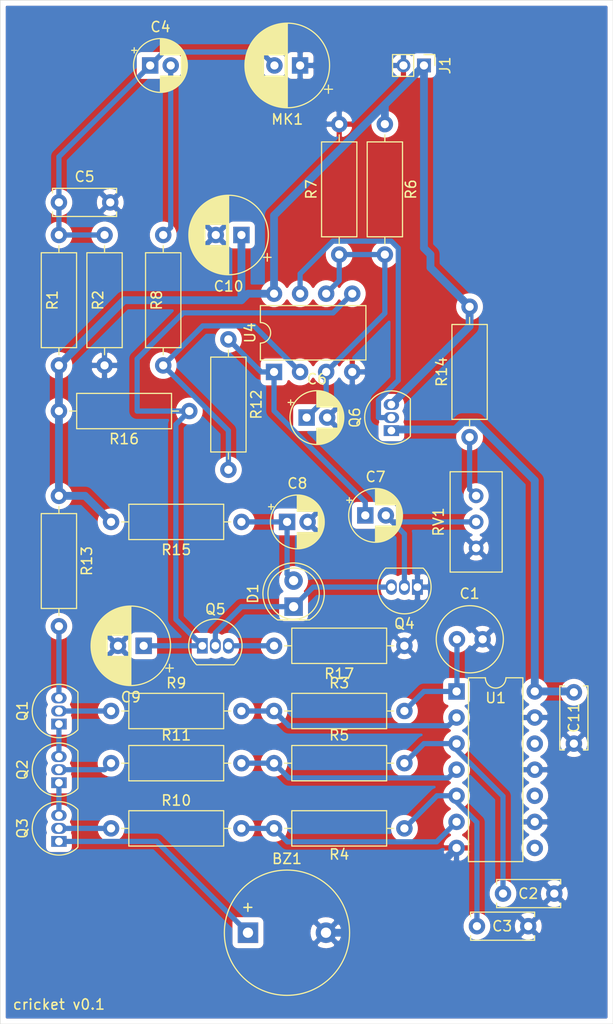
<source format=kicad_pcb>
(kicad_pcb (version 20171130) (host pcbnew 5.1.6+dfsg1-1)
  (layers (0 F.Cu signal hide) (31 B.Cu signal) (34 B.Paste user) (35 F.Paste user) (36 B.SilkS user) (37 F.SilkS user) (38 B.Mask user) (39 F.Mask user) (44 Edge.Cuts user))
  (net 0 "")
  (net 1 GND)
  (net 2 "Net-(BZ1-Pad1)")
  (net 3 SND)
  (net 4 "Net-(C4-Pad2)")
  (net 5 "Net-(C4-Pad1)")
  (net 6 "Net-(C6-Pad1)")
  (net 7 "Net-(C7-Pad2)")
  (net 8 "Net-(C7-Pad1)")
  (net 9 +9V)
  (net 10 "Net-(D1-Pad1)")
  (net 11 "Net-(Q1-Pad1)")
  (net 12 "Net-(Q1-Pad3)")
  (net 13 "Net-(Q1-Pad2)")
  (net 14 "Net-(Q2-Pad1)")
  (net 15 "Net-(Q2-Pad2)")
  (net 16 "Net-(Q3-Pad2)")
  (net 17 "Net-(Q5-Pad3)")
  (net 18 "Net-(Q6-Pad2)")
  (net 19 "Net-(R10-Pad2)")
  (net 20 "Net-(R12-Pad2)")
  (net 21 "Net-(R14-Pad1)")
  (net 22 "Net-(C1-Pad2)")
  (net 23 "Net-(C2-Pad2)")
  (net 24 "Net-(C3-Pad2)")
  (net 25 "Net-(C8-Pad1)")
  (net 26 "Net-(C9-Pad1)")
  (net 27 "Net-(R3-Pad1)")
  (net 28 "Net-(R11-Pad2)")
  (module Resistor_THT:R_Axial_DIN0309_L9.0mm_D3.2mm_P12.70mm_Horizontal (layer F.Cu) (at 74.295 137.795)
    (fp_text reference R11 (at 6.35 -2.72) (layer F.SilkS))
    (fp_text value 20k)
    (pad 2 thru_hole oval (at 12.7 0) (size 1.6 1.6) (drill 0.8) (layers *.Cu *.Mask) (net 28 "Net-(R11-Pad2)"))
    (pad 1 thru_hole circle (at 0 0) (size 1.6 1.6) (drill 0.8) (layers *.Cu *.Mask) (net 15 "Net-(Q2-Pad2)"))
  )
  (module Resistor_THT:R_Axial_DIN0309_L9.0mm_D3.2mm_P12.70mm_Horizontal (layer F.Cu) (at 74.295 132.715)
    (fp_text reference R9 (at 6.35 -2.72) (layer F.SilkS))
    (fp_text value 20k)
    (pad 2 thru_hole oval (at 12.7 0) (size 1.6 1.6) (drill 0.8) (layers *.Cu *.Mask) (net 27 "Net-(R3-Pad1)"))
    (pad 1 thru_hole circle (at 0 0) (size 1.6 1.6) (drill 0.8) (layers *.Cu *.Mask) (net 13 "Net-(Q1-Pad2)"))
  )
  (module Resistor_THT:R_Axial_DIN0309_L9.0mm_D3.2mm_P12.70mm_Horizontal (layer F.Cu) (at 90.17 137.795)
    (fp_text reference R5 (at 6.35 -2.72) (layer F.SilkS))
    (fp_text value 48k)
    (pad 2 thru_hole oval (at 12.7 0) (size 1.6 1.6) (drill 0.8) (layers *.Cu *.Mask) (net 23 "Net-(C2-Pad2)"))
    (pad 1 thru_hole circle (at 0 0) (size 1.6 1.6) (drill 0.8) (layers *.Cu *.Mask) (net 28 "Net-(R11-Pad2)"))
  )
  (module Resistor_THT:R_Axial_DIN0309_L9.0mm_D3.2mm_P12.70mm_Horizontal (layer F.Cu) (at 90.17 132.715)
    (fp_text reference R3 (at 6.35 -2.72) (layer F.SilkS))
    (fp_text value 48k)
    (pad 2 thru_hole oval (at 12.7 0) (size 1.6 1.6) (drill 0.8) (layers *.Cu *.Mask) (net 22 "Net-(C1-Pad2)"))
    (pad 1 thru_hole circle (at 0 0) (size 1.6 1.6) (drill 0.8) (layers *.Cu *.Mask) (net 27 "Net-(R3-Pad1)"))
  )
  (module Capacitor_THT:CP_Radial_D5.0mm_P2.00mm (layer F.Cu) (at 93.345 104.14)
    (fp_text reference C6 (at 1 -3.75) (layer F.SilkS))
    (fp_text value 1uF)
    (pad 2 thru_hole circle (at 2 0) (size 1.6 1.6) (drill 0.8) (layers *.Cu *.Mask) (net 1 GND))
    (pad 1 thru_hole rect (at 0 0) (size 1.6 1.6) (drill 0.8) (layers *.Cu *.Mask) (net 6 "Net-(C6-Pad1)"))
  )
  (module Package_DIP:DIP-8_W7.62mm (layer F.Cu) (at 90.17 99.695 90)
    (fp_text reference U4 (at 3.81 -2.33 90) (layer F.SilkS))
    (fp_text value LM358)
    (pad 8 thru_hole oval (at 7.62 0 90) (size 1.6 1.6) (drill 0.8) (layers *.Cu *.Mask) (net 9 +9V))
    (pad 4 thru_hole oval (at 0 7.62 90) (size 1.6 1.6) (drill 0.8) (layers *.Cu *.Mask) (net 1 GND))
    (pad 7 thru_hole oval (at 7.62 2.54 90) (size 1.6 1.6) (drill 0.8) (layers *.Cu *.Mask) (net 18 "Net-(Q6-Pad2)"))
    (pad 3 thru_hole oval (at 0 5.08 90) (size 1.6 1.6) (drill 0.8) (layers *.Cu *.Mask) (net 6 "Net-(C6-Pad1)"))
    (pad 6 thru_hole oval (at 7.62 5.08 90) (size 1.6 1.6) (drill 0.8) (layers *.Cu *.Mask) (net 6 "Net-(C6-Pad1)"))
    (pad 2 thru_hole oval (at 0 2.54 90) (size 1.6 1.6) (drill 0.8) (layers *.Cu *.Mask) (net 20 "Net-(R12-Pad2)"))
    (pad 5 thru_hole oval (at 7.62 7.62 90) (size 1.6 1.6) (drill 0.8) (layers *.Cu *.Mask) (net 26 "Net-(C9-Pad1)"))
    (pad 1 thru_hole rect (at 0 0 90) (size 1.6 1.6) (drill 0.8) (layers *.Cu *.Mask) (net 8 "Net-(C7-Pad1)"))
  )
  (module Package_TO_SOT_THT:TO-92_Inline (layer F.Cu) (at 101.6 105.41 90)
    (fp_text reference Q6 (at 1.27 -3.56 90) (layer F.SilkS))
    (fp_text value 2N3904)
    (pad 1 thru_hole rect (at 0 0 90) (size 1.05 1.5) (drill 0.75) (layers *.Cu *.Mask) (net 3 SND))
    (pad 3 thru_hole oval (at 2.54 0 90) (size 1.05 1.5) (drill 0.75) (layers *.Cu *.Mask) (net 9 +9V))
    (pad 2 thru_hole oval (at 1.27 0 90) (size 1.05 1.5) (drill 0.75) (layers *.Cu *.Mask) (net 18 "Net-(Q6-Pad2)"))
  )
  (module Resistor_THT:R_Axial_DIN0309_L9.0mm_D3.2mm_P12.70mm_Horizontal (layer F.Cu) (at 100.965 88.265 90)
    (fp_text reference R6 (at 6.35 2.54 90) (layer F.SilkS))
    (fp_text value 10k)
    (pad 2 thru_hole oval (at 12.7 0 90) (size 1.6 1.6) (drill 0.8) (layers *.Cu *.Mask) (net 9 +9V))
    (pad 1 thru_hole circle (at 0 0 90) (size 1.6 1.6) (drill 0.8) (layers *.Cu *.Mask) (net 6 "Net-(C6-Pad1)"))
  )
  (module Resistor_THT:R_Axial_DIN0309_L9.0mm_D3.2mm_P12.70mm_Horizontal (layer F.Cu) (at 102.87 126.365 180)
    (fp_text reference R17 (at 6.35 -2.72) (layer F.SilkS))
    (fp_text value 100)
    (pad 2 thru_hole oval (at 12.7 0 180) (size 1.6 1.6) (drill 0.8) (layers *.Cu *.Mask) (net 17 "Net-(Q5-Pad3)"))
    (pad 1 thru_hole circle (at 0 0 180) (size 1.6 1.6) (drill 0.8) (layers *.Cu *.Mask) (net 1 GND))
  )
  (module Resistor_THT:R_Axial_DIN0309_L9.0mm_D3.2mm_P12.70mm_Horizontal (layer F.Cu) (at 81.915 103.505 180)
    (fp_text reference R16 (at 6.35 -2.72) (layer F.SilkS))
    (fp_text value 1M)
    (pad 2 thru_hole oval (at 12.7 0 180) (size 1.6 1.6) (drill 0.8) (layers *.Cu *.Mask) (net 9 +9V))
    (pad 1 thru_hole circle (at 0 0 180) (size 1.6 1.6) (drill 0.8) (layers *.Cu *.Mask) (net 26 "Net-(C9-Pad1)"))
  )
  (module Resistor_THT:R_Axial_DIN0309_L9.0mm_D3.2mm_P12.70mm_Horizontal (layer F.Cu) (at 86.995 114.3 180)
    (fp_text reference R15 (at 6.35 -2.72) (layer F.SilkS))
    (fp_text value 5k)
    (pad 2 thru_hole oval (at 12.7 0 180) (size 1.6 1.6) (drill 0.8) (layers *.Cu *.Mask) (net 9 +9V))
    (pad 1 thru_hole circle (at 0 0 180) (size 1.6 1.6) (drill 0.8) (layers *.Cu *.Mask) (net 25 "Net-(C8-Pad1)"))
  )
  (module Resistor_THT:R_Axial_DIN0309_L9.0mm_D3.2mm_P12.70mm_Horizontal (layer F.Cu) (at 109.22 106.045 90)
    (fp_text reference R14 (at 6.35 -2.72 90) (layer F.SilkS))
    (fp_text value 20k)
    (pad 2 thru_hole oval (at 12.7 0 90) (size 1.6 1.6) (drill 0.8) (layers *.Cu *.Mask) (net 9 +9V))
    (pad 1 thru_hole circle (at 0 0 90) (size 1.6 1.6) (drill 0.8) (layers *.Cu *.Mask) (net 21 "Net-(R14-Pad1)"))
  )
  (module Resistor_THT:R_Axial_DIN0309_L9.0mm_D3.2mm_P12.70mm_Horizontal (layer F.Cu) (at 69.215 111.76 270)
    (fp_text reference R13 (at 6.35 -2.72 90) (layer F.SilkS))
    (fp_text value 1k)
    (pad 2 thru_hole oval (at 12.7 0 270) (size 1.6 1.6) (drill 0.8) (layers *.Cu *.Mask) (net 12 "Net-(Q1-Pad3)"))
    (pad 1 thru_hole circle (at 0 0 270) (size 1.6 1.6) (drill 0.8) (layers *.Cu *.Mask) (net 9 +9V))
  )
  (module Resistor_THT:R_Axial_DIN0309_L9.0mm_D3.2mm_P12.70mm_Horizontal (layer F.Cu) (at 85.725 96.52 270)
    (fp_text reference R12 (at 6.35 -2.72 90) (layer F.SilkS))
    (fp_text value 600k)
    (pad 2 thru_hole oval (at 12.7 0 270) (size 1.6 1.6) (drill 0.8) (layers *.Cu *.Mask) (net 20 "Net-(R12-Pad2)"))
    (pad 1 thru_hole circle (at 0 0 270) (size 1.6 1.6) (drill 0.8) (layers *.Cu *.Mask) (net 8 "Net-(C7-Pad1)"))
  )
  (module Resistor_THT:R_Axial_DIN0309_L9.0mm_D3.2mm_P12.70mm_Horizontal (layer F.Cu) (at 74.295 144.145)
    (fp_text reference R10 (at 6.35 -2.72) (layer F.SilkS))
    (fp_text value 20k)
    (pad 2 thru_hole oval (at 12.7 0) (size 1.6 1.6) (drill 0.8) (layers *.Cu *.Mask) (net 19 "Net-(R10-Pad2)"))
    (pad 1 thru_hole circle (at 0 0) (size 1.6 1.6) (drill 0.8) (layers *.Cu *.Mask) (net 16 "Net-(Q3-Pad2)"))
  )
  (module Resistor_THT:R_Axial_DIN0309_L9.0mm_D3.2mm_P12.70mm_Horizontal (layer F.Cu) (at 79.375 99.06 90)
    (fp_text reference R8 (at 6.35 -0.635 90) (layer F.SilkS))
    (fp_text value 330)
    (pad 2 thru_hole oval (at 12.7 0 90) (size 1.6 1.6) (drill 0.8) (layers *.Cu *.Mask) (net 4 "Net-(C4-Pad2)"))
    (pad 1 thru_hole circle (at 0 0 90) (size 1.6 1.6) (drill 0.8) (layers *.Cu *.Mask) (net 20 "Net-(R12-Pad2)"))
  )
  (module Resistor_THT:R_Axial_DIN0309_L9.0mm_D3.2mm_P12.70mm_Horizontal (layer F.Cu) (at 96.52 88.265 90)
    (fp_text reference R7 (at 6.35 -2.72 90) (layer F.SilkS))
    (fp_text value 10k)
    (pad 2 thru_hole oval (at 12.7 0 90) (size 1.6 1.6) (drill 0.8) (layers *.Cu *.Mask) (net 1 GND))
    (pad 1 thru_hole circle (at 0 0 90) (size 1.6 1.6) (drill 0.8) (layers *.Cu *.Mask) (net 6 "Net-(C6-Pad1)"))
  )
  (module Package_DIP:DIP-14_W7.62mm (layer F.Cu) (at 107.95 130.81)
    (fp_text reference U1 (at 3.81 0.635) (layer F.SilkS))
    (fp_text value 40106)
    (pad 14 thru_hole oval (at 7.62 0) (size 1.6 1.6) (drill 0.8) (layers *.Cu *.Mask) (net 3 SND))
    (pad 7 thru_hole oval (at 0 15.24) (size 1.6 1.6) (drill 0.8) (layers *.Cu *.Mask) (net 1 GND))
    (pad 13 thru_hole oval (at 7.62 2.54) (size 1.6 1.6) (drill 0.8) (layers *.Cu *.Mask) (net 1 GND))
    (pad 6 thru_hole oval (at 0 12.7) (size 1.6 1.6) (drill 0.8) (layers *.Cu *.Mask) (net 19 "Net-(R10-Pad2)"))
    (pad 12 thru_hole oval (at 7.62 5.08) (size 1.6 1.6) (drill 0.8) (layers *.Cu *.Mask))
    (pad 5 thru_hole oval (at 0 10.16) (size 1.6 1.6) (drill 0.8) (layers *.Cu *.Mask) (net 24 "Net-(C3-Pad2)"))
    (pad 11 thru_hole oval (at 7.62 7.62) (size 1.6 1.6) (drill 0.8) (layers *.Cu *.Mask) (net 1 GND))
    (pad 4 thru_hole oval (at 0 7.62) (size 1.6 1.6) (drill 0.8) (layers *.Cu *.Mask) (net 28 "Net-(R11-Pad2)"))
    (pad 10 thru_hole oval (at 7.62 10.16) (size 1.6 1.6) (drill 0.8) (layers *.Cu *.Mask))
    (pad 3 thru_hole oval (at 0 5.08) (size 1.6 1.6) (drill 0.8) (layers *.Cu *.Mask) (net 23 "Net-(C2-Pad2)"))
    (pad 9 thru_hole oval (at 7.62 12.7) (size 1.6 1.6) (drill 0.8) (layers *.Cu *.Mask) (net 1 GND))
    (pad 2 thru_hole oval (at 0 2.54) (size 1.6 1.6) (drill 0.8) (layers *.Cu *.Mask) (net 27 "Net-(R3-Pad1)"))
    (pad 8 thru_hole oval (at 7.62 15.24) (size 1.6 1.6) (drill 0.8) (layers *.Cu *.Mask))
    (pad 1 thru_hole rect (at 0 0) (size 1.6 1.6) (drill 0.8) (layers *.Cu *.Mask) (net 22 "Net-(C1-Pad2)"))
  )
  (module Potentiometer_THT:Potentiometer_Bourns_3296W_Vertical (layer F.Cu) (at 109.855 111.76 90)
    (fp_text reference RV1 (at -2.54 -3.66 90) (layer F.SilkS))
    (fp_text value "R_POT 2k W202")
    (pad 3 thru_hole circle (at -5.08 0 90) (size 1.44 1.44) (drill 0.8) (layers *.Cu *.Mask) (net 1 GND))
    (pad 2 thru_hole circle (at -2.54 0 90) (size 1.44 1.44) (drill 0.8) (layers *.Cu *.Mask) (net 7 "Net-(C7-Pad2)"))
    (pad 1 thru_hole circle (at 0 0 90) (size 1.44 1.44) (drill 0.8) (layers *.Cu *.Mask) (net 21 "Net-(R14-Pad1)"))
  )
  (module Resistor_THT:R_Axial_DIN0309_L9.0mm_D3.2mm_P12.70mm_Horizontal (layer F.Cu) (at 90.17 144.145)
    (fp_text reference R4 (at 6.35 2.54) (layer F.SilkS))
    (fp_text value 48k)
    (pad 2 thru_hole oval (at 12.7 0) (size 1.6 1.6) (drill 0.8) (layers *.Cu *.Mask) (net 24 "Net-(C3-Pad2)"))
    (pad 1 thru_hole circle (at 0 0) (size 1.6 1.6) (drill 0.8) (layers *.Cu *.Mask) (net 19 "Net-(R10-Pad2)"))
  )
  (module Resistor_THT:R_Axial_DIN0309_L9.0mm_D3.2mm_P12.70mm_Horizontal (layer F.Cu) (at 73.66 86.36 270)
    (fp_text reference R2 (at 6.35 0.635 90) (layer F.SilkS))
    (fp_text value 10k)
    (pad 2 thru_hole oval (at 12.7 0 270) (size 1.6 1.6) (drill 0.8) (layers *.Cu *.Mask) (net 1 GND))
    (pad 1 thru_hole circle (at 0 0 270) (size 1.6 1.6) (drill 0.8) (layers *.Cu *.Mask) (net 5 "Net-(C4-Pad1)"))
  )
  (module Resistor_THT:R_Axial_DIN0309_L9.0mm_D3.2mm_P12.70mm_Horizontal (layer F.Cu) (at 69.215 99.06 90)
    (fp_text reference R1 (at 6.35 -0.635 90) (layer F.SilkS))
    (fp_text value 10k)
    (pad 2 thru_hole oval (at 12.7 0 90) (size 1.6 1.6) (drill 0.8) (layers *.Cu *.Mask) (net 5 "Net-(C4-Pad1)"))
    (pad 1 thru_hole circle (at 0 0 90) (size 1.6 1.6) (drill 0.8) (layers *.Cu *.Mask) (net 9 +9V))
  )
  (module Package_TO_SOT_THT:TO-92_Inline (layer F.Cu) (at 83.185 126.365)
    (fp_text reference Q5 (at 1.27 -3.56) (layer F.SilkS))
    (fp_text value 2N3906)
    (pad 1 thru_hole rect (at 0 0) (size 1.05 1.5) (drill 0.75) (layers *.Cu *.Mask) (net 26 "Net-(C9-Pad1)"))
    (pad 3 thru_hole oval (at 2.54 0) (size 1.05 1.5) (drill 0.75) (layers *.Cu *.Mask) (net 17 "Net-(Q5-Pad3)"))
    (pad 2 thru_hole oval (at 1.27 0) (size 1.05 1.5) (drill 0.75) (layers *.Cu *.Mask) (net 10 "Net-(D1-Pad1)"))
  )
  (module Package_TO_SOT_THT:TO-92_Inline (layer F.Cu) (at 104.14 120.65 180)
    (fp_text reference Q4 (at 1.27 -3.56) (layer F.SilkS))
    (fp_text value 2N3904)
    (pad 1 thru_hole rect (at 0 0 180) (size 1.05 1.5) (drill 0.75) (layers *.Cu *.Mask) (net 1 GND))
    (pad 3 thru_hole oval (at 2.54 0 180) (size 1.05 1.5) (drill 0.75) (layers *.Cu *.Mask) (net 10 "Net-(D1-Pad1)"))
    (pad 2 thru_hole oval (at 1.27 0 180) (size 1.05 1.5) (drill 0.75) (layers *.Cu *.Mask) (net 7 "Net-(C7-Pad2)"))
  )
  (module Package_TO_SOT_THT:TO-92_Inline (layer F.Cu) (at 69.215 145.415 90)
    (fp_text reference Q3 (at 1.27 -3.56 90) (layer F.SilkS))
    (fp_text value 2N3904)
    (pad 1 thru_hole rect (at 0 0 90) (size 1.05 1.5) (drill 0.75) (layers *.Cu *.Mask) (net 2 "Net-(BZ1-Pad1)"))
    (pad 3 thru_hole oval (at 2.54 0 90) (size 1.05 1.5) (drill 0.75) (layers *.Cu *.Mask) (net 14 "Net-(Q2-Pad1)"))
    (pad 2 thru_hole oval (at 1.27 0 90) (size 1.05 1.5) (drill 0.75) (layers *.Cu *.Mask) (net 16 "Net-(Q3-Pad2)"))
  )
  (module Package_TO_SOT_THT:TO-92_Inline (layer F.Cu) (at 69.215 139.7 90)
    (fp_text reference Q2 (at 1.27 -3.56 90) (layer F.SilkS))
    (fp_text value 2N3904)
    (pad 1 thru_hole rect (at 0 0 90) (size 1.05 1.5) (drill 0.75) (layers *.Cu *.Mask) (net 14 "Net-(Q2-Pad1)"))
    (pad 3 thru_hole oval (at 2.54 0 90) (size 1.05 1.5) (drill 0.75) (layers *.Cu *.Mask) (net 11 "Net-(Q1-Pad1)"))
    (pad 2 thru_hole oval (at 1.27 0 90) (size 1.05 1.5) (drill 0.75) (layers *.Cu *.Mask) (net 15 "Net-(Q2-Pad2)"))
  )
  (module Package_TO_SOT_THT:TO-92_Inline (layer F.Cu) (at 69.215 133.985 90)
    (fp_text reference Q1 (at 1.27 -3.56 90) (layer F.SilkS))
    (fp_text value 2N3904)
    (pad 1 thru_hole rect (at 0 0 90) (size 1.05 1.5) (drill 0.75) (layers *.Cu *.Mask) (net 11 "Net-(Q1-Pad1)"))
    (pad 3 thru_hole oval (at 2.54 0 90) (size 1.05 1.5) (drill 0.75) (layers *.Cu *.Mask) (net 12 "Net-(Q1-Pad3)"))
    (pad 2 thru_hole oval (at 1.27 0 90) (size 1.05 1.5) (drill 0.75) (layers *.Cu *.Mask) (net 13 "Net-(Q1-Pad2)"))
  )
  (module Capacitor_THT:CP_Radial_D8.0mm_P2.50mm (layer F.Cu) (at 92.71 69.85 180)
    (fp_text reference MK1 (at 1.25 -5.25) (layer F.SilkS))
    (fp_text value Microphone_Condenser)
    (pad 2 thru_hole circle (at 2.5 0 180) (size 1.6 1.6) (drill 0.8) (layers *.Cu *.Mask) (net 5 "Net-(C4-Pad1)"))
    (pad 1 thru_hole rect (at 0 0 180) (size 1.6 1.6) (drill 0.8) (layers *.Cu *.Mask) (net 1 GND))
  )
  (module Connector_PinHeader_2.00mm:PinHeader_1x02_P2.00mm_Vertical (layer F.Cu) (at 104.775 69.85 270)
    (fp_text reference J1 (at 0 -2.06 90) (layer F.SilkS))
    (fp_text value bat)
    (pad 2 thru_hole oval (at 0 2 270) (size 1.35 1.35) (drill 0.8) (layers *.Cu *.Mask) (net 1 GND))
    (pad 1 thru_hole rect (at 0 0 270) (size 1.35 1.35) (drill 0.8) (layers *.Cu *.Mask) (net 9 +9V))
  )
  (module LED_THT:LED_D5.0mm (layer F.Cu) (at 92.075 122.555 90)
    (fp_text reference D1 (at 1.27 -3.96 90) (layer F.SilkS))
    (fp_text value LED)
    (pad 2 thru_hole circle (at 2.54 0 90) (size 1.8 1.8) (drill 0.9) (layers *.Cu *.Mask) (net 25 "Net-(C8-Pad1)"))
    (pad 1 thru_hole rect (at 0 0 90) (size 1.8 1.8) (drill 0.9) (layers *.Cu *.Mask) (net 10 "Net-(D1-Pad1)"))
  )
  (module Capacitor_THT:C_Disc_D6.0mm_W2.5mm_P5.00mm (layer F.Cu) (at 119.38 135.89 90)
    (fp_text reference C11 (at 2.5 0 90) (layer F.SilkS))
    (fp_text value 0.1uF)
    (pad 2 thru_hole circle (at 5 0 90) (size 1.6 1.6) (drill 0.8) (layers *.Cu *.Mask) (net 3 SND))
    (pad 1 thru_hole circle (at 0 0 90) (size 1.6 1.6) (drill 0.8) (layers *.Cu *.Mask) (net 1 GND))
  )
  (module Capacitor_THT:CP_Radial_D7.5mm_P2.50mm (layer F.Cu) (at 86.995 86.36 180)
    (fp_text reference C10 (at 1.25 -5) (layer F.SilkS))
    (fp_text value 100uF)
    (pad 2 thru_hole circle (at 2.5 0 180) (size 1.6 1.6) (drill 0.8) (layers *.Cu *.Mask) (net 1 GND))
    (pad 1 thru_hole rect (at 0 0 180) (size 1.6 1.6) (drill 0.8) (layers *.Cu *.Mask) (net 9 +9V))
  )
  (module Capacitor_THT:CP_Radial_D7.5mm_P2.50mm (layer F.Cu) (at 77.47 126.365 180)
    (fp_text reference C9 (at 1.25 -5) (layer F.SilkS))
    (fp_text value "Delay (10uF= 5s)")
    (pad 2 thru_hole circle (at 2.5 0 180) (size 1.6 1.6) (drill 0.8) (layers *.Cu *.Mask) (net 1 GND))
    (pad 1 thru_hole rect (at 0 0 180) (size 1.6 1.6) (drill 0.8) (layers *.Cu *.Mask) (net 26 "Net-(C9-Pad1)"))
  )
  (module Capacitor_THT:CP_Radial_D5.0mm_P2.00mm (layer F.Cu) (at 91.44 114.3)
    (fp_text reference C8 (at 1 -3.75) (layer F.SilkS))
    (fp_text value 1uF)
    (pad 2 thru_hole circle (at 2 0) (size 1.6 1.6) (drill 0.8) (layers *.Cu *.Mask) (net 1 GND))
    (pad 1 thru_hole rect (at 0 0) (size 1.6 1.6) (drill 0.8) (layers *.Cu *.Mask) (net 25 "Net-(C8-Pad1)"))
  )
  (module Capacitor_THT:CP_Radial_D5.0mm_P2.00mm (layer F.Cu) (at 99.06 113.665)
    (fp_text reference C7 (at 1 -3.75) (layer F.SilkS))
    (fp_text value 1uF)
    (pad 2 thru_hole circle (at 2 0) (size 1.6 1.6) (drill 0.8) (layers *.Cu *.Mask) (net 7 "Net-(C7-Pad2)"))
    (pad 1 thru_hole rect (at 0 0) (size 1.6 1.6) (drill 0.8) (layers *.Cu *.Mask) (net 8 "Net-(C7-Pad1)"))
  )
  (module Capacitor_THT:C_Disc_D6.0mm_W2.5mm_P5.00mm (layer F.Cu) (at 69.215 83.185)
    (fp_text reference C5 (at 2.5 -2.5) (layer F.SilkS))
    (fp_text value 1uF)
    (pad 2 thru_hole circle (at 5 0) (size 1.6 1.6) (drill 0.8) (layers *.Cu *.Mask) (net 1 GND))
    (pad 1 thru_hole circle (at 0 0) (size 1.6 1.6) (drill 0.8) (layers *.Cu *.Mask) (net 5 "Net-(C4-Pad1)"))
  )
  (module Capacitor_THT:CP_Radial_D5.0mm_P2.00mm (layer F.Cu) (at 78.105 69.85)
    (fp_text reference C4 (at 1 -3.75) (layer F.SilkS))
    (fp_text value 10uF)
    (pad 2 thru_hole circle (at 2 0) (size 1.6 1.6) (drill 0.8) (layers *.Cu *.Mask) (net 4 "Net-(C4-Pad2)"))
    (pad 1 thru_hole rect (at 0 0) (size 1.6 1.6) (drill 0.8) (layers *.Cu *.Mask) (net 5 "Net-(C4-Pad1)"))
  )
  (module Capacitor_THT:C_Disc_D6.0mm_W2.5mm_P5.00mm (layer F.Cu) (at 114.935 153.67 180)
    (fp_text reference C3 (at 2.54 0) (layer F.SilkS))
    (fp_text value 0.01uF)
    (pad 2 thru_hole circle (at 5 0 180) (size 1.6 1.6) (drill 0.8) (layers *.Cu *.Mask) (net 24 "Net-(C3-Pad2)"))
    (pad 1 thru_hole circle (at 0 0 180) (size 1.6 1.6) (drill 0.8) (layers *.Cu *.Mask) (net 1 GND))
  )
  (module Capacitor_THT:C_Disc_D6.0mm_W2.5mm_P5.00mm (layer F.Cu) (at 117.475 150.495 180)
    (fp_text reference C2 (at 2.54 0) (layer F.SilkS))
    (fp_text value 2.2uF)
    (pad 2 thru_hole circle (at 5 0 180) (size 1.6 1.6) (drill 0.8) (layers *.Cu *.Mask) (net 23 "Net-(C2-Pad2)"))
    (pad 1 thru_hole circle (at 0 0 180) (size 1.6 1.6) (drill 0.8) (layers *.Cu *.Mask) (net 1 GND))
  )
  (module Capacitor_THT:C_Radial_D6.3mm_H11.0mm_P2.50mm (layer F.Cu) (at 110.49 125.73 180)
    (fp_text reference C1 (at 1.27 4.445) (layer F.SilkS))
    (fp_text value 10uF)
    (pad 2 thru_hole circle (at 2.5 0 180) (size 1.6 1.6) (drill 0.8) (layers *.Cu *.Mask) (net 22 "Net-(C1-Pad2)"))
    (pad 1 thru_hole circle (at 0 0 180) (size 1.6 1.6) (drill 0.8) (layers *.Cu *.Mask) (net 1 GND))
  )
  (module Buzzer_Beeper:Buzzer_12x9.5RM7.6 (layer F.Cu) (at 87.63 154.305)
    (fp_text reference BZ1 (at 3.8 -7.2) (layer F.SilkS))
    (fp_text value Buzzer)
    (fp_text user + (at -0.01 -2.54) (layer F.SilkS))
    (pad 2 thru_hole circle (at 7.6 0) (size 2 2) (drill 1) (layers *.Cu *.Mask) (net 1 GND))
    (pad 1 thru_hole rect (at 0 0) (size 2 2) (drill 1) (layers *.Cu *.Mask) (net 2 "Net-(BZ1-Pad1)"))
  )
  (gr_line (start 63.5 163.195) (end 63.5 63.5) (layer Edge.Cuts) (width 0.05))
  (gr_line (start 123.19 163.195) (end 63.5 163.195) (layer Edge.Cuts) (width 0.05))
  (gr_line (start 123.19 63.5) (end 123.19 163.195) (layer Edge.Cuts) (width 0.05))
  (gr_line (start 63.5 63.5) (end 123.19 63.5) (layer Edge.Cuts) (width 0.05))
  (gr_text "cricket v0.1" (at 69.215 161.29) (layer F.SilkS) (effects (font (size 1 1))))
  (segment (start 99.695 154.305) (end 107.95 146.05) (width 0.762) (layer B.Cu) (net 1))
  (segment (start 95.23 154.305) (end 99.695 154.305) (width 0.762) (layer B.Cu) (net 1))
  (segment (start 78.74 145.415) (end 87.63 154.305) (width 0.508) (layer B.Cu) (net 2))
  (segment (start 69.215 145.415) (end 78.74 145.415) (width 0.508) (layer B.Cu) (net 2))
  (segment (start 119.3 130.81) (end 119.38 130.89) (width 0.762) (layer B.Cu) (net 3))
  (segment (start 115.57 130.81) (end 119.3 130.81) (width 0.762) (layer B.Cu) (net 3))
  (segment (start 101.6 105.41) (end 101.70999 105.30001) (width 0.762) (layer B.Cu) (net 3))
  (segment (start 107.841188 105.30001) (end 108.531199 104.609999) (width 0.762) (layer B.Cu) (net 3))
  (segment (start 101.70999 105.30001) (end 107.841188 105.30001) (width 0.762) (layer B.Cu) (net 3))
  (segment (start 108.531199 104.609999) (end 109.908801 104.609999) (width 0.762) (layer B.Cu) (net 3))
  (segment (start 109.908801 104.609999) (end 115.57 110.271198) (width 0.762) (layer B.Cu) (net 3))
  (segment (start 115.57 110.271198) (end 115.57 130.81) (width 0.762) (layer B.Cu) (net 3))
  (segment (start 80.105 85.63) (end 79.375 86.36) (width 0.508) (layer B.Cu) (net 4))
  (segment (start 80.105 69.85) (end 80.105 85.63) (width 0.508) (layer B.Cu) (net 4))
  (segment (start 88.901999 68.541999) (end 90.21 69.85) (width 0.508) (layer B.Cu) (net 5))
  (segment (start 79.413001 68.541999) (end 88.901999 68.541999) (width 0.508) (layer B.Cu) (net 5))
  (segment (start 78.105 69.85) (end 79.413001 68.541999) (width 0.508) (layer B.Cu) (net 5))
  (segment (start 69.215 78.74) (end 69.215 83.185) (width 0.508) (layer B.Cu) (net 5))
  (segment (start 78.105 69.85) (end 69.215 78.74) (width 0.508) (layer B.Cu) (net 5))
  (segment (start 69.215 83.185) (end 69.215 86.36) (width 0.508) (layer B.Cu) (net 5))
  (segment (start 69.215 86.36) (end 73.66 86.36) (width 0.508) (layer B.Cu) (net 5))
  (segment (start 100.965 88.265) (end 96.52 88.265) (width 0.508) (layer B.Cu) (net 6))
  (segment (start 96.52 90.805) (end 95.25 92.075) (width 0.508) (layer B.Cu) (net 6))
  (segment (start 96.52 88.265) (end 96.52 90.805) (width 0.508) (layer B.Cu) (net 6))
  (segment (start 100.965 93.98) (end 95.25 99.695) (width 0.508) (layer B.Cu) (net 6))
  (segment (start 100.965 88.265) (end 100.965 93.98) (width 0.508) (layer B.Cu) (net 6))
  (segment (start 95.25 102.235) (end 93.345 104.14) (width 0.508) (layer B.Cu) (net 6))
  (segment (start 95.25 99.695) (end 95.25 102.235) (width 0.508) (layer B.Cu) (net 6))
  (segment (start 101.695 114.3) (end 101.06 113.665) (width 0.508) (layer B.Cu) (net 7))
  (segment (start 109.855 114.3) (end 101.695 114.3) (width 0.508) (layer B.Cu) (net 7))
  (segment (start 102.87 115.475) (end 101.06 113.665) (width 0.508) (layer B.Cu) (net 7))
  (segment (start 102.87 120.65) (end 102.87 115.475) (width 0.508) (layer B.Cu) (net 7))
  (segment (start 90.17 99.695) (end 90.17 100.33) (width 0.508) (layer B.Cu) (net 8))
  (segment (start 88.9 99.695) (end 85.725 96.52) (width 0.508) (layer B.Cu) (net 8))
  (segment (start 90.17 99.695) (end 88.9 99.695) (width 0.508) (layer B.Cu) (net 8))
  (segment (start 99.06 112.369402) (end 99.06 113.665) (width 0.508) (layer B.Cu) (net 8))
  (segment (start 90.17 103.479402) (end 99.06 112.369402) (width 0.508) (layer B.Cu) (net 8))
  (segment (start 90.17 99.695) (end 90.17 103.479402) (width 0.508) (layer B.Cu) (net 8))
  (segment (start 104.775 87.63) (end 105.41 88.265) (width 0.762) (layer B.Cu) (net 9))
  (segment (start 104.775 69.85) (end 104.775 87.63) (width 0.762) (layer B.Cu) (net 9))
  (segment (start 105.41 89.535) (end 109.22 93.345) (width 0.762) (layer B.Cu) (net 9))
  (segment (start 105.41 88.265) (end 105.41 89.535) (width 0.762) (layer B.Cu) (net 9))
  (segment (start 86.995 86.36) (end 86.995 92.71) (width 0.762) (layer B.Cu) (net 9))
  (segment (start 109.22 95.25) (end 101.6 102.87) (width 0.762) (layer B.Cu) (net 9))
  (segment (start 109.22 93.345) (end 109.22 95.25) (width 0.762) (layer B.Cu) (net 9))
  (segment (start 75.565 92.71) (end 69.215 99.06) (width 0.762) (layer B.Cu) (net 9))
  (segment (start 86.995 92.71) (end 75.565 92.71) (width 0.762) (layer B.Cu) (net 9))
  (segment (start 69.215 99.06) (end 69.215 111.76) (width 0.762) (layer B.Cu) (net 9))
  (segment (start 100.965 73.66) (end 104.775 69.85) (width 0.762) (layer B.Cu) (net 9))
  (segment (start 100.965 75.565) (end 100.965 73.66) (width 0.762) (layer B.Cu) (net 9))
  (segment (start 90.17 84.455) (end 90.17 92.075) (width 0.762) (layer B.Cu) (net 9))
  (segment (start 104.775 69.85) (end 90.17 84.455) (width 0.762) (layer B.Cu) (net 9))
  (segment (start 87.63 92.075) (end 86.995 92.71) (width 0.762) (layer B.Cu) (net 9))
  (segment (start 90.17 92.075) (end 87.63 92.075) (width 0.762) (layer B.Cu) (net 9))
  (segment (start 71.755 111.76) (end 74.295 114.3) (width 0.762) (layer B.Cu) (net 9))
  (segment (start 69.215 111.76) (end 71.755 111.76) (width 0.762) (layer B.Cu) (net 9))
  (segment (start 93.98 120.65) (end 92.075 122.555) (width 0.508) (layer B.Cu) (net 10))
  (segment (start 101.6 120.65) (end 93.98 120.65) (width 0.508) (layer B.Cu) (net 10))
  (segment (start 84.455 125.107) (end 84.455 126.365) (width 0.508) (layer B.Cu) (net 10))
  (segment (start 87.007 122.555) (end 84.455 125.107) (width 0.508) (layer B.Cu) (net 10))
  (segment (start 92.075 122.555) (end 87.007 122.555) (width 0.508) (layer B.Cu) (net 10))
  (segment (start 69.215 133.985) (end 69.215 137.16) (width 0.508) (layer B.Cu) (net 11))
  (segment (start 69.215 124.46) (end 69.215 131.445) (width 0.508) (layer B.Cu) (net 12))
  (segment (start 74.295 132.715) (end 69.215 132.715) (width 0.508) (layer B.Cu) (net 13))
  (segment (start 69.215 139.7) (end 69.215 142.875) (width 0.508) (layer B.Cu) (net 14))
  (segment (start 73.66 138.43) (end 69.215 138.43) (width 0.508) (layer B.Cu) (net 15))
  (segment (start 74.295 137.795) (end 73.66 138.43) (width 0.508) (layer B.Cu) (net 15))
  (segment (start 69.215 144.145) (end 74.295 144.145) (width 0.508) (layer B.Cu) (net 16))
  (segment (start 85.725 126.365) (end 90.17 126.365) (width 0.508) (layer B.Cu) (net 17))
  (segment (start 100.342 104.14) (end 101.6 104.14) (width 0.508) (layer B.Cu) (net 18))
  (segment (start 100.34199 104.13999) (end 100.342 104.14) (width 0.508) (layer B.Cu) (net 18))
  (segment (start 100.34199 102.442114) (end 100.34199 104.13999) (width 0.508) (layer B.Cu) (net 18))
  (segment (start 102.273001 100.511103) (end 100.34199 102.442114) (width 0.508) (layer B.Cu) (net 18))
  (segment (start 102.273001 87.637159) (end 102.273001 100.511103) (width 0.508) (layer B.Cu) (net 18))
  (segment (start 101.592841 86.956999) (end 102.273001 87.637159) (width 0.508) (layer B.Cu) (net 18))
  (segment (start 92.71 90.139158) (end 95.892159 86.956999) (width 0.508) (layer B.Cu) (net 18))
  (segment (start 95.892159 86.956999) (end 101.592841 86.956999) (width 0.508) (layer B.Cu) (net 18))
  (segment (start 92.71 92.075) (end 92.71 90.139158) (width 0.508) (layer B.Cu) (net 18))
  (segment (start 86.995 144.145) (end 90.17 144.145) (width 0.508) (layer B.Cu) (net 19))
  (segment (start 91.478001 145.453001) (end 90.17 144.145) (width 0.508) (layer B.Cu) (net 19))
  (segment (start 106.006999 145.453001) (end 91.478001 145.453001) (width 0.508) (layer B.Cu) (net 19))
  (segment (start 107.95 143.51) (end 106.006999 145.453001) (width 0.508) (layer B.Cu) (net 19))
  (segment (start 88.226999 95.211999) (end 92.71 99.695) (width 0.508) (layer B.Cu) (net 20))
  (segment (start 83.223001 95.211999) (end 88.226999 95.211999) (width 0.508) (layer B.Cu) (net 20))
  (segment (start 79.375 99.06) (end 83.223001 95.211999) (width 0.508) (layer B.Cu) (net 20))
  (segment (start 85.725 105.41) (end 85.725 109.22) (width 0.508) (layer B.Cu) (net 20))
  (segment (start 79.375 99.06) (end 85.725 105.41) (width 0.508) (layer B.Cu) (net 20))
  (segment (start 109.22 111.125) (end 109.855 111.76) (width 0.508) (layer B.Cu) (net 21))
  (segment (start 109.22 106.045) (end 109.22 111.125) (width 0.508) (layer B.Cu) (net 21))
  (segment (start 107.99 130.77) (end 107.95 130.81) (width 0.508) (layer B.Cu) (net 22))
  (segment (start 107.99 125.73) (end 107.99 130.77) (width 0.508) (layer B.Cu) (net 22))
  (segment (start 104.775 130.81) (end 102.87 132.715) (width 0.508) (layer B.Cu) (net 22))
  (segment (start 107.95 130.81) (end 104.775 130.81) (width 0.508) (layer B.Cu) (net 22))
  (segment (start 107.95 136.494158) (end 107.95 135.89) (width 0.508) (layer B.Cu) (net 23))
  (segment (start 112.475 141.019158) (end 107.95 136.494158) (width 0.508) (layer B.Cu) (net 23))
  (segment (start 112.475 150.495) (end 112.475 141.019158) (width 0.508) (layer B.Cu) (net 23))
  (segment (start 104.775 135.89) (end 102.87 137.795) (width 0.508) (layer B.Cu) (net 23))
  (segment (start 107.95 135.89) (end 104.775 135.89) (width 0.508) (layer B.Cu) (net 23))
  (segment (start 106.045 140.97) (end 102.87 144.145) (width 0.508) (layer B.Cu) (net 24))
  (segment (start 107.95 140.97) (end 106.045 140.97) (width 0.508) (layer B.Cu) (net 24))
  (segment (start 107.95 141.574158) (end 107.95 140.97) (width 0.508) (layer B.Cu) (net 24))
  (segment (start 109.935 143.559158) (end 107.95 141.574158) (width 0.508) (layer B.Cu) (net 24))
  (segment (start 109.935 153.67) (end 109.935 143.559158) (width 0.508) (layer B.Cu) (net 24))
  (segment (start 86.995 114.3) (end 91.44 114.3) (width 0.508) (layer B.Cu) (net 25))
  (segment (start 91.44 119.38) (end 92.075 120.015) (width 0.508) (layer B.Cu) (net 25))
  (segment (start 91.44 114.3) (end 91.44 119.38) (width 0.508) (layer B.Cu) (net 25))
  (segment (start 80.606999 123.786999) (end 83.185 126.365) (width 0.508) (layer B.Cu) (net 26))
  (segment (start 80.606999 104.813001) (end 80.606999 123.786999) (width 0.508) (layer B.Cu) (net 26))
  (segment (start 81.915 103.505) (end 80.606999 104.813001) (width 0.508) (layer B.Cu) (net 26))
  (segment (start 83.185 126.365) (end 77.47 126.365) (width 0.508) (layer B.Cu) (net 26))
  (segment (start 76.835 103.505) (end 81.915 103.505) (width 0.508) (layer B.Cu) (net 26))
  (segment (start 76.835 98.425) (end 76.835 103.505) (width 0.508) (layer B.Cu) (net 26))
  (segment (start 81.318001 93.941999) (end 76.835 98.425) (width 0.508) (layer B.Cu) (net 26))
  (segment (start 95.923001 93.941999) (end 81.318001 93.941999) (width 0.508) (layer B.Cu) (net 26))
  (segment (start 97.79 92.075) (end 95.923001 93.941999) (width 0.508) (layer B.Cu) (net 26))
  (segment (start 91.604999 134.149999) (end 90.17 132.715) (width 0.508) (layer B.Cu) (net 27))
  (segment (start 107.150001 134.149999) (end 91.604999 134.149999) (width 0.508) (layer B.Cu) (net 27))
  (segment (start 107.95 133.35) (end 107.150001 134.149999) (width 0.508) (layer B.Cu) (net 27))
  (segment (start 90.17 132.715) (end 86.995 132.715) (width 0.508) (layer B.Cu) (net 27))
  (segment (start 91.604999 139.229999) (end 90.17 137.795) (width 0.508) (layer B.Cu) (net 28))
  (segment (start 107.150001 139.229999) (end 91.604999 139.229999) (width 0.508) (layer B.Cu) (net 28))
  (segment (start 107.95 138.43) (end 107.150001 139.229999) (width 0.508) (layer B.Cu) (net 28))
  (segment (start 90.17 137.795) (end 86.995 137.795) (width 0.508) (layer B.Cu) (net 28))
  (zone (net 1) (net_name GND) (layer F.Cu) (connect_pads (clearance 0.508)) (min_thickness 0.254) (fill yes (arc_segments 32) (thermal_gap 0.508) (thermal_bridge_width 0.508))
    (polygon (pts (xy 123.19 163.195) (xy 63.5 163.195) (xy 63.5 63.5) (xy 123.19 63.5)))
  )
  (zone (net 1) (net_name GND) (layer B.Cu) (connect_pads (clearance 0.508)) (min_thickness 0.254) (fill yes (arc_segments 32) (thermal_gap 0.508) (thermal_bridge_width 0.508))
    (polygon (pts (xy 123.19 163.195) (xy 63.5 163.195) (xy 63.5 63.5) (xy 123.19 63.5)))
  )
)
</source>
